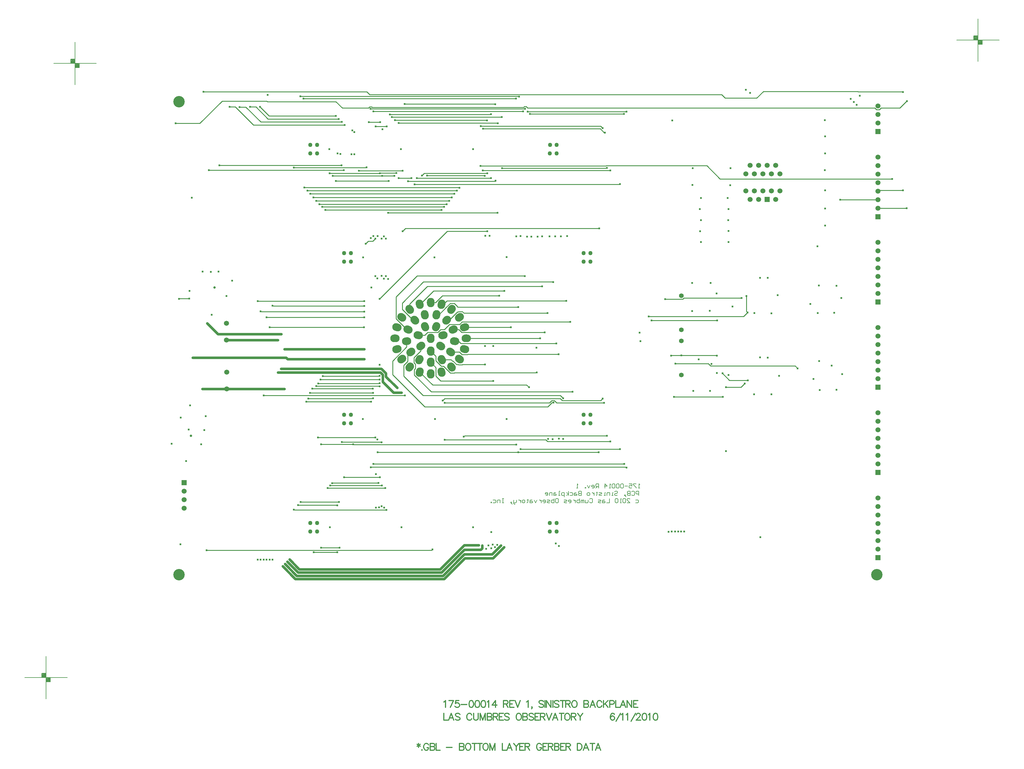
<source format=gbl>
%FSLAX23Y23*%
%MOIN*%
G70*
G01*
G75*
G04 Layer_Physical_Order=12*
G04 Layer_Color=16711680*
%ADD10R,0.050X0.050*%
%ADD11R,0.078X0.048*%
%ADD12R,0.050X0.050*%
%ADD13R,0.135X0.070*%
%ADD14R,0.037X0.035*%
%ADD15R,0.037X0.035*%
%ADD16R,0.100X0.100*%
%ADD17R,0.067X0.067*%
%ADD18O,0.028X0.018*%
%ADD19O,0.098X0.028*%
%ADD20R,0.094X0.130*%
%ADD21R,0.709X0.020*%
%ADD22R,0.016X0.085*%
%ADD23R,0.070X0.135*%
%ADD24C,0.030*%
%ADD25C,0.010*%
%ADD26C,0.020*%
%ADD27C,0.012*%
%ADD28C,0.008*%
%ADD29C,0.012*%
%ADD30C,0.012*%
%ADD31C,0.059*%
%ADD32R,0.059X0.059*%
%ADD33C,0.055*%
%ADD34C,0.134*%
%ADD35C,0.050*%
G04:AMPARAMS|DCode=36|XSize=90mil|YSize=110mil|CornerRadius=0mil|HoleSize=0mil|Usage=FLASHONLY|Rotation=162.000|XOffset=0mil|YOffset=0mil|HoleType=Round|Shape=Round|*
%AMOVALD36*
21,1,0.020,0.090,0.000,0.000,252.0*
1,1,0.090,0.003,0.010*
1,1,0.090,-0.003,-0.010*
%
%ADD36OVALD36*%

G04:AMPARAMS|DCode=37|XSize=90mil|YSize=110mil|CornerRadius=0mil|HoleSize=0mil|Usage=FLASHONLY|Rotation=144.000|XOffset=0mil|YOffset=0mil|HoleType=Round|Shape=Round|*
%AMOVALD37*
21,1,0.020,0.090,0.000,0.000,234.0*
1,1,0.090,0.006,0.008*
1,1,0.090,-0.006,-0.008*
%
%ADD37OVALD37*%

G04:AMPARAMS|DCode=38|XSize=90mil|YSize=110mil|CornerRadius=0mil|HoleSize=0mil|Usage=FLASHONLY|Rotation=126.000|XOffset=0mil|YOffset=0mil|HoleType=Round|Shape=Round|*
%AMOVALD38*
21,1,0.020,0.090,0.000,0.000,216.0*
1,1,0.090,0.008,0.006*
1,1,0.090,-0.008,-0.006*
%
%ADD38OVALD38*%

G04:AMPARAMS|DCode=39|XSize=90mil|YSize=110mil|CornerRadius=0mil|HoleSize=0mil|Usage=FLASHONLY|Rotation=108.000|XOffset=0mil|YOffset=0mil|HoleType=Round|Shape=Round|*
%AMOVALD39*
21,1,0.020,0.090,0.000,0.000,198.0*
1,1,0.090,0.010,0.003*
1,1,0.090,-0.010,-0.003*
%
%ADD39OVALD39*%

%ADD40O,0.110X0.090*%
G04:AMPARAMS|DCode=41|XSize=90mil|YSize=110mil|CornerRadius=0mil|HoleSize=0mil|Usage=FLASHONLY|Rotation=72.000|XOffset=0mil|YOffset=0mil|HoleType=Round|Shape=Round|*
%AMOVALD41*
21,1,0.020,0.090,0.000,0.000,162.0*
1,1,0.090,0.010,-0.003*
1,1,0.090,-0.010,0.003*
%
%ADD41OVALD41*%

G04:AMPARAMS|DCode=42|XSize=90mil|YSize=110mil|CornerRadius=0mil|HoleSize=0mil|Usage=FLASHONLY|Rotation=54.000|XOffset=0mil|YOffset=0mil|HoleType=Round|Shape=Round|*
%AMOVALD42*
21,1,0.020,0.090,0.000,0.000,144.0*
1,1,0.090,0.008,-0.006*
1,1,0.090,-0.008,0.006*
%
%ADD42OVALD42*%

G04:AMPARAMS|DCode=43|XSize=90mil|YSize=110mil|CornerRadius=0mil|HoleSize=0mil|Usage=FLASHONLY|Rotation=36.000|XOffset=0mil|YOffset=0mil|HoleType=Round|Shape=Round|*
%AMOVALD43*
21,1,0.020,0.090,0.000,0.000,126.0*
1,1,0.090,0.006,-0.008*
1,1,0.090,-0.006,0.008*
%
%ADD43OVALD43*%

G04:AMPARAMS|DCode=44|XSize=90mil|YSize=110mil|CornerRadius=0mil|HoleSize=0mil|Usage=FLASHONLY|Rotation=18.000|XOffset=0mil|YOffset=0mil|HoleType=Round|Shape=Round|*
%AMOVALD44*
21,1,0.020,0.090,0.000,0.000,108.0*
1,1,0.090,0.003,-0.010*
1,1,0.090,-0.003,0.010*
%
%ADD44OVALD44*%

%ADD45O,0.090X0.110*%
G04:AMPARAMS|DCode=46|XSize=90mil|YSize=110mil|CornerRadius=0mil|HoleSize=0mil|Usage=FLASHONLY|Rotation=152.304|XOffset=0mil|YOffset=0mil|HoleType=Round|Shape=Round|*
%AMOVALD46*
21,1,0.020,0.090,0.000,0.000,242.3*
1,1,0.090,0.005,0.009*
1,1,0.090,-0.005,-0.009*
%
%ADD46OVALD46*%

G04:AMPARAMS|DCode=47|XSize=90mil|YSize=110mil|CornerRadius=0mil|HoleSize=0mil|Usage=FLASHONLY|Rotation=124.612|XOffset=0mil|YOffset=0mil|HoleType=Round|Shape=Round|*
%AMOVALD47*
21,1,0.020,0.090,0.000,0.000,214.6*
1,1,0.090,0.008,0.006*
1,1,0.090,-0.008,-0.006*
%
%ADD47OVALD47*%

G04:AMPARAMS|DCode=48|XSize=90mil|YSize=110mil|CornerRadius=0mil|HoleSize=0mil|Usage=FLASHONLY|Rotation=96.920|XOffset=0mil|YOffset=0mil|HoleType=Round|Shape=Round|*
%AMOVALD48*
21,1,0.020,0.090,0.000,0.000,186.9*
1,1,0.090,0.010,0.001*
1,1,0.090,-0.010,-0.001*
%
%ADD48OVALD48*%

G04:AMPARAMS|DCode=49|XSize=90mil|YSize=110mil|CornerRadius=0mil|HoleSize=0mil|Usage=FLASHONLY|Rotation=69.228|XOffset=0mil|YOffset=0mil|HoleType=Round|Shape=Round|*
%AMOVALD49*
21,1,0.020,0.090,0.000,0.000,159.2*
1,1,0.090,0.009,-0.004*
1,1,0.090,-0.009,0.004*
%
%ADD49OVALD49*%

G04:AMPARAMS|DCode=50|XSize=90mil|YSize=110mil|CornerRadius=0mil|HoleSize=0mil|Usage=FLASHONLY|Rotation=41.536|XOffset=0mil|YOffset=0mil|HoleType=Round|Shape=Round|*
%AMOVALD50*
21,1,0.020,0.090,0.000,0.000,131.5*
1,1,0.090,0.007,-0.007*
1,1,0.090,-0.007,0.007*
%
%ADD50OVALD50*%

G04:AMPARAMS|DCode=51|XSize=90mil|YSize=110mil|CornerRadius=0mil|HoleSize=0mil|Usage=FLASHONLY|Rotation=13.844|XOffset=0mil|YOffset=0mil|HoleType=Round|Shape=Round|*
%AMOVALD51*
21,1,0.020,0.090,0.000,0.000,103.8*
1,1,0.090,0.002,-0.010*
1,1,0.090,-0.002,0.010*
%
%ADD51OVALD51*%

G04:AMPARAMS|DCode=52|XSize=90mil|YSize=110mil|CornerRadius=0mil|HoleSize=0mil|Usage=FLASHONLY|Rotation=346.152|XOffset=0mil|YOffset=0mil|HoleType=Round|Shape=Round|*
%AMOVALD52*
21,1,0.020,0.090,0.000,0.000,76.2*
1,1,0.090,-0.002,-0.010*
1,1,0.090,0.002,0.010*
%
%ADD52OVALD52*%

G04:AMPARAMS|DCode=53|XSize=90mil|YSize=110mil|CornerRadius=0mil|HoleSize=0mil|Usage=FLASHONLY|Rotation=318.460|XOffset=0mil|YOffset=0mil|HoleType=Round|Shape=Round|*
%AMOVALD53*
21,1,0.020,0.090,0.000,0.000,48.5*
1,1,0.090,-0.007,-0.007*
1,1,0.090,0.007,0.007*
%
%ADD53OVALD53*%

G04:AMPARAMS|DCode=54|XSize=90mil|YSize=110mil|CornerRadius=0mil|HoleSize=0mil|Usage=FLASHONLY|Rotation=290.768|XOffset=0mil|YOffset=0mil|HoleType=Round|Shape=Round|*
%AMOVALD54*
21,1,0.020,0.090,0.000,0.000,20.8*
1,1,0.090,-0.009,-0.004*
1,1,0.090,0.009,0.004*
%
%ADD54OVALD54*%

G04:AMPARAMS|DCode=55|XSize=90mil|YSize=110mil|CornerRadius=0mil|HoleSize=0mil|Usage=FLASHONLY|Rotation=263.076|XOffset=0mil|YOffset=0mil|HoleType=Round|Shape=Round|*
%AMOVALD55*
21,1,0.020,0.090,0.000,0.000,353.1*
1,1,0.090,-0.010,0.001*
1,1,0.090,0.010,-0.001*
%
%ADD55OVALD55*%

G04:AMPARAMS|DCode=56|XSize=90mil|YSize=110mil|CornerRadius=0mil|HoleSize=0mil|Usage=FLASHONLY|Rotation=235.384|XOffset=0mil|YOffset=0mil|HoleType=Round|Shape=Round|*
%AMOVALD56*
21,1,0.020,0.090,0.000,0.000,325.4*
1,1,0.090,-0.008,0.006*
1,1,0.090,0.008,-0.006*
%
%ADD56OVALD56*%

G04:AMPARAMS|DCode=57|XSize=90mil|YSize=110mil|CornerRadius=0mil|HoleSize=0mil|Usage=FLASHONLY|Rotation=207.692|XOffset=0mil|YOffset=0mil|HoleType=Round|Shape=Round|*
%AMOVALD57*
21,1,0.020,0.090,0.000,0.000,297.7*
1,1,0.090,-0.005,0.009*
1,1,0.090,0.005,-0.009*
%
%ADD57OVALD57*%

G04:AMPARAMS|DCode=58|XSize=90mil|YSize=110mil|CornerRadius=0mil|HoleSize=0mil|Usage=FLASHONLY|Rotation=128.568|XOffset=0mil|YOffset=0mil|HoleType=Round|Shape=Round|*
%AMOVALD58*
21,1,0.020,0.090,0.000,0.000,218.6*
1,1,0.090,0.008,0.006*
1,1,0.090,-0.008,-0.006*
%
%ADD58OVALD58*%

G04:AMPARAMS|DCode=59|XSize=90mil|YSize=110mil|CornerRadius=0mil|HoleSize=0mil|Usage=FLASHONLY|Rotation=77.140|XOffset=0mil|YOffset=0mil|HoleType=Round|Shape=Round|*
%AMOVALD59*
21,1,0.020,0.090,0.000,0.000,167.1*
1,1,0.090,0.010,-0.002*
1,1,0.090,-0.010,0.002*
%
%ADD59OVALD59*%

G04:AMPARAMS|DCode=60|XSize=90mil|YSize=110mil|CornerRadius=0mil|HoleSize=0mil|Usage=FLASHONLY|Rotation=25.712|XOffset=0mil|YOffset=0mil|HoleType=Round|Shape=Round|*
%AMOVALD60*
21,1,0.020,0.090,0.000,0.000,115.7*
1,1,0.090,0.004,-0.009*
1,1,0.090,-0.004,0.009*
%
%ADD60OVALD60*%

G04:AMPARAMS|DCode=61|XSize=90mil|YSize=110mil|CornerRadius=0mil|HoleSize=0mil|Usage=FLASHONLY|Rotation=334.284|XOffset=0mil|YOffset=0mil|HoleType=Round|Shape=Round|*
%AMOVALD61*
21,1,0.020,0.090,0.000,0.000,64.3*
1,1,0.090,-0.004,-0.009*
1,1,0.090,0.004,0.009*
%
%ADD61OVALD61*%

G04:AMPARAMS|DCode=62|XSize=90mil|YSize=110mil|CornerRadius=0mil|HoleSize=0mil|Usage=FLASHONLY|Rotation=282.856|XOffset=0mil|YOffset=0mil|HoleType=Round|Shape=Round|*
%AMOVALD62*
21,1,0.020,0.090,0.000,0.000,12.9*
1,1,0.090,-0.010,-0.002*
1,1,0.090,0.010,0.002*
%
%ADD62OVALD62*%

G04:AMPARAMS|DCode=63|XSize=90mil|YSize=110mil|CornerRadius=0mil|HoleSize=0mil|Usage=FLASHONLY|Rotation=231.428|XOffset=0mil|YOffset=0mil|HoleType=Round|Shape=Round|*
%AMOVALD63*
21,1,0.020,0.090,0.000,0.000,321.4*
1,1,0.090,-0.008,0.006*
1,1,0.090,0.008,-0.006*
%
%ADD63OVALD63*%

%ADD64C,0.024*%
%ADD65C,0.028*%
%ADD66C,0.040*%
%ADD67C,0.075*%
%ADD68C,0.068*%
G04:AMPARAMS|DCode=69|XSize=87.559mil|YSize=87.559mil|CornerRadius=0mil|HoleSize=0mil|Usage=FLASHONLY|Rotation=0.000|XOffset=0mil|YOffset=0mil|HoleType=Round|Shape=Relief|Width=10mil|Gap=10mil|Entries=4|*
%AMTHD69*
7,0,0,0.088,0.068,0.010,45*
%
%ADD69THD69*%
%ADD70C,0.073*%
G04:AMPARAMS|DCode=71|XSize=93.465mil|YSize=93.465mil|CornerRadius=0mil|HoleSize=0mil|Usage=FLASHONLY|Rotation=0.000|XOffset=0mil|YOffset=0mil|HoleType=Round|Shape=Relief|Width=10mil|Gap=10mil|Entries=4|*
%AMTHD71*
7,0,0,0.093,0.073,0.010,45*
%
%ADD71THD71*%
G04:AMPARAMS|DCode=72|XSize=95.433mil|YSize=95.433mil|CornerRadius=0mil|HoleSize=0mil|Usage=FLASHONLY|Rotation=0.000|XOffset=0mil|YOffset=0mil|HoleType=Round|Shape=Relief|Width=10mil|Gap=10mil|Entries=4|*
%AMTHD72*
7,0,0,0.095,0.075,0.010,45*
%
%ADD72THD72*%
%ADD73C,0.071*%
%ADD74C,0.174*%
%ADD75C,0.065*%
G04:AMPARAMS|DCode=76|XSize=85mil|YSize=85mil|CornerRadius=0mil|HoleSize=0mil|Usage=FLASHONLY|Rotation=0.000|XOffset=0mil|YOffset=0mil|HoleType=Round|Shape=Relief|Width=10mil|Gap=10mil|Entries=4|*
%AMTHD76*
7,0,0,0.085,0.065,0.010,45*
%
%ADD76THD76*%
%ADD77C,0.110*%
G04:AMPARAMS|DCode=78|XSize=130mil|YSize=130mil|CornerRadius=0mil|HoleSize=0mil|Usage=FLASHONLY|Rotation=0.000|XOffset=0mil|YOffset=0mil|HoleType=Round|Shape=Relief|Width=10mil|Gap=10mil|Entries=4|*
%AMTHD78*
7,0,0,0.130,0.110,0.010,45*
%
%ADD78THD78*%
%ADD79C,0.053*%
G04:AMPARAMS|DCode=80|XSize=70mil|YSize=70mil|CornerRadius=0mil|HoleSize=0mil|Usage=FLASHONLY|Rotation=0.000|XOffset=0mil|YOffset=0mil|HoleType=Round|Shape=Relief|Width=10mil|Gap=10mil|Entries=4|*
%AMTHD80*
7,0,0,0.070,0.050,0.010,45*
%
%ADD80THD80*%
G04:AMPARAMS|DCode=81|XSize=73mil|YSize=73mil|CornerRadius=0mil|HoleSize=0mil|Usage=FLASHONLY|Rotation=0.000|XOffset=0mil|YOffset=0mil|HoleType=Round|Shape=Relief|Width=10mil|Gap=10mil|Entries=4|*
%AMTHD81*
7,0,0,0.073,0.053,0.010,45*
%
%ADD81THD81*%
D24*
X14538Y11281D02*
X14709D01*
X14538Y11227D02*
X14730D01*
X14254Y10997D02*
X14538Y11281D01*
X14270Y10959D02*
X14538Y11227D01*
X14286Y10921D02*
X14538Y11173D01*
X14301Y10883D02*
X14544Y11126D01*
X14865Y11173D02*
X14969Y11277D01*
X14730Y11227D02*
X14747Y11244D01*
Y11276D01*
X14749Y11278D01*
X12486Y11113D02*
X12602Y10997D01*
X12460Y11086D02*
X12587Y10959D01*
X12433Y11059D02*
X12571Y10921D01*
X12406Y11032D02*
X12555Y10883D01*
X14544Y11126D02*
X14873D01*
X14538Y11173D02*
X14865D01*
X14873Y11126D02*
X15005Y11258D01*
X12571Y10921D02*
X14286D01*
X12587Y10959D02*
X14270D01*
X12602Y10997D02*
X14254D01*
X12555Y10883D02*
X14301D01*
X13708Y13071D02*
X13801D01*
X13580Y13198D02*
Y13279D01*
X13555Y13305D02*
X13580Y13279D01*
X12350Y13306D02*
X12351Y13305D01*
X13580Y13198D02*
X13708Y13071D01*
X12351Y13305D02*
X13555D01*
X13618Y13258D02*
X13750Y13126D01*
X13618Y13258D02*
Y13295D01*
X13564Y13350D02*
X13618Y13295D01*
X12389Y13350D02*
X13564D01*
X12388Y13351D02*
X12389Y13350D01*
X12465Y13463D02*
X13364D01*
X12464Y13463D02*
X12465Y13463D01*
X12427Y13579D02*
X13364D01*
X12426Y13579D02*
X12427Y13579D01*
X11464Y13114D02*
X11750D01*
X11749Y13686D02*
X12350D01*
X11748Y13685D02*
X11749Y13686D01*
X11647Y13758D02*
X12390D01*
X11522Y13883D02*
X11647Y13758D01*
X11750Y13114D02*
X12426D01*
X12426Y13114D01*
X11351Y13479D02*
X12448D01*
X12464Y13463D01*
D25*
X12964Y11980D02*
X13572D01*
X12539Y11694D02*
X13625D01*
X13391Y15711D02*
X13392Y15712D01*
X12538Y15711D02*
X13391D01*
X12537Y11696D02*
X12539Y11694D01*
X12611Y11786D02*
X13069D01*
X12612Y11787D02*
X12617D01*
X12611Y11786D02*
X12612Y11787D01*
X13048Y11749D02*
X13049Y11748D01*
X12589Y11749D02*
X13048D01*
X12613Y16547D02*
X15175D01*
X15180Y16542D01*
X12652Y16520D02*
X15145D01*
X13100Y12491D02*
X13102Y12489D01*
X13566D01*
X13569Y12487D01*
X13048Y11195D02*
X13049Y11196D01*
X12772Y11195D02*
X13048D01*
X12820Y12544D02*
X13494D01*
X13127Y12078D02*
X13546D01*
X12989Y12007D02*
X12991Y12009D01*
X13532D01*
X12935Y11949D02*
X13612D01*
X13030Y15553D02*
X13031Y15552D01*
X13651D01*
X12994Y15612D02*
X13574D01*
X12958Y15644D02*
X13546D01*
X16208Y15703D02*
X16212Y15707D01*
X14980Y15703D02*
X16208D01*
X16249Y15676D02*
X16251Y15678D01*
X14754Y15676D02*
X16249D01*
X16178Y16120D02*
X16186D01*
X16133Y16165D02*
X16178Y16120D01*
X14756Y16165D02*
X16133D01*
X16137Y16196D02*
X16161Y16172D01*
X14731Y16196D02*
X16137D01*
Y12977D02*
X16161Y13001D01*
X15514Y12498D02*
X16251D01*
X15495Y12517D02*
X15514Y12498D01*
X14306Y12517D02*
X15495D01*
X14543Y12563D02*
X16212D01*
X14532Y12552D02*
X14543Y12563D01*
X14306Y12999D02*
X15664D01*
X14283Y12976D02*
X14306Y12999D01*
X15686Y12977D02*
X16137D01*
X15664Y12999D02*
X15686Y12977D01*
X15663Y13035D02*
X15696Y13002D01*
X14053Y13035D02*
X15663D01*
X13826Y13262D02*
X14053Y13035D01*
X15621Y12951D02*
X16178D01*
X15595Y12977D02*
X15621Y12951D01*
X15564Y12977D02*
X15595D01*
X15538Y12951D02*
X15564Y12977D01*
X14309Y12951D02*
X15538D01*
X15517Y12904D02*
X15564Y12951D01*
X14075Y12904D02*
X15517D01*
X13697Y13281D02*
X14075Y12904D01*
X15197Y12406D02*
X15198Y12405D01*
X16365D01*
X16364Y15514D02*
X16365Y15515D01*
X13954Y15514D02*
X16364D01*
X13814Y14962D02*
X13848Y14996D01*
X16120D01*
X16113Y12370D02*
X16114Y12371D01*
X15171Y12370D02*
X16113D01*
X13521D02*
X15171D01*
X13233Y12464D02*
X13237Y12460D01*
X12856Y12462D02*
X13231D01*
X12856Y11249D02*
X12858Y11251D01*
X13074D01*
X13237Y12460D02*
X15146D01*
X13544Y13264D02*
X13545Y13265D01*
X12876Y13264D02*
X13544D01*
X12851Y13222D02*
X13544D01*
X13541Y13177D02*
X13544Y13180D01*
X12825Y13177D02*
X13541D01*
X12800Y13146D02*
X12801Y13147D01*
X13539D01*
X13544Y13142D01*
X12753Y13117D02*
X13464D01*
X12727Y13065D02*
X12728Y13066D01*
X13466D01*
X12709Y13000D02*
X13464D01*
X12683Y12963D02*
X13444D01*
X14014Y13311D02*
X14166Y13159D01*
X14143Y13513D02*
Y13558D01*
X14275Y13458D02*
X14382D01*
X14143Y13425D02*
X14204Y13364D01*
Y13264D02*
Y13364D01*
Y13264D02*
X14261Y13207D01*
X14878D01*
X14266Y13380D02*
X14294D01*
X14373Y13301D01*
X14382Y13458D02*
X14401Y13440D01*
X14405D01*
X14446Y13399D01*
X14373Y13301D02*
X14420D01*
X14423Y13304D01*
X14446Y13399D02*
X14468D01*
X14471Y13396D01*
X14515D01*
X14518Y13399D01*
X14782D01*
X14576Y13518D02*
X14579Y13521D01*
X14482Y13548D02*
X14512Y13518D01*
X14576D01*
X14376Y13548D02*
X14482D01*
X14203Y13442D02*
X14266Y13380D01*
X14203Y13442D02*
Y13498D01*
X14143Y13558D02*
X14203Y13498D01*
X14026Y13559D02*
Y13615D01*
X13947Y13481D02*
X14026Y13559D01*
X13947Y13421D02*
Y13481D01*
Y13421D02*
X13964Y13404D01*
Y13352D02*
Y13404D01*
X13952Y13340D02*
X13964Y13352D01*
X13952Y13276D02*
Y13340D01*
Y13276D02*
X14150Y13079D01*
X14424Y13674D02*
X14471D01*
X14498Y13647D01*
X14408Y13809D02*
X14473D01*
X14506Y13776D01*
X14541Y13838D02*
X15084D01*
X13874Y13512D02*
X13910Y13548D01*
X13874Y13437D02*
Y13512D01*
X13826Y13389D02*
X13874Y13437D01*
X13826Y13262D02*
Y13389D01*
X13997Y13742D02*
X14073D01*
X14168Y13776D02*
X14228D01*
X14073Y13742D02*
X14108Y13776D01*
X14167D01*
X14168Y13776D01*
X14228D02*
X14261Y13809D01*
X14303D01*
X14365Y13871D01*
X14483D01*
X14512Y13899D01*
X13862Y13606D02*
Y13674D01*
X13697Y13441D02*
X13862Y13606D01*
X13697Y13281D02*
Y13441D01*
X14331Y13920D02*
X14362D01*
X14211Y13983D02*
X14240D01*
X14272Y14106D02*
X14294D01*
X14143Y14126D02*
X14202D01*
X14014Y14106D02*
X14020D01*
X13897Y14047D02*
Y14110D01*
X13938Y13920D02*
X13956D01*
X13810Y14048D02*
X13938Y13920D01*
X13810Y14048D02*
Y14120D01*
X13865Y13809D02*
X13879D01*
X13736Y13938D02*
X13865Y13809D01*
X13736Y13938D02*
Y14192D01*
X14362Y13920D02*
X14456Y14015D01*
X14465D01*
X14471Y14021D01*
X14515D01*
X14534Y14002D01*
X14240Y13983D02*
X14329Y14072D01*
X14329D01*
X14373Y14116D01*
X14420D01*
X14456Y14080D01*
Y14072D02*
Y14080D01*
X14294Y14106D02*
X14333Y14145D01*
X14202Y14126D02*
X14282Y14206D01*
X14947D01*
X14020Y14106D02*
X14176Y14263D01*
X13897Y14110D02*
X14103Y14316D01*
X13810Y14120D02*
X14059Y14369D01*
X14456Y14072D02*
X15172D01*
X14176Y14263D02*
X15008D01*
X14166Y13159D02*
X15269D01*
X15296Y13132D01*
X14423Y13304D02*
X15388D01*
X15388D01*
X15388D02*
X15388Y13305D01*
X14561Y13708D02*
X15429D01*
X14506Y13776D02*
X15482D01*
X15564Y12952D02*
X15584D01*
X14498Y13647D02*
X15616D01*
X14512Y13899D02*
X15780D01*
X14103Y14316D02*
X15451D01*
X14534Y14002D02*
X15515D01*
X13736Y14192D02*
X13983Y14440D01*
X15249D01*
X14059Y14369D02*
X15576D01*
X15580Y14365D01*
X14579Y13521D02*
X15643D01*
X14333Y14145D02*
X15734D01*
X14154Y13079D02*
X15807D01*
X13544Y14170D02*
X14338Y14964D01*
X14808D01*
X12184Y13036D02*
X13841D01*
X12661Y15475D02*
X14479D01*
X14480Y15474D01*
X12696Y15440D02*
X14449D01*
X14450Y15441D01*
X12731Y15402D02*
X14420D01*
X12766Y15361D02*
X14390D01*
X12802Y15320D02*
X14360D01*
X12801Y15319D02*
X12802Y15320D01*
X12836Y15280D02*
X14330D01*
X12871Y15250D02*
X14300D01*
X12906Y15212D02*
X14270D01*
X13575Y15613D02*
X13717D01*
X13547Y15645D02*
X13742D01*
X13546Y15644D02*
X13547Y15645D01*
X13768Y15587D02*
X13915D01*
X13916Y15588D01*
X13300Y15674D02*
X13813D01*
X13439Y16399D02*
X15250D01*
X15252Y16401D01*
X15229Y16371D02*
X15230Y16370D01*
X15227Y16371D02*
X15229D01*
X13471Y16370D02*
X15230D01*
X13498Y16192D02*
X13627D01*
X13663Y16334D02*
X14848D01*
X14850Y16336D01*
X13689Y16304D02*
X14975D01*
X14977Y16302D01*
X13724Y16265D02*
X14803D01*
X14804Y16264D01*
X13645Y15181D02*
X14928D01*
X13768Y16232D02*
X14928D01*
X14931Y16229D01*
X13836Y16455D02*
X14898D01*
X14901Y16452D01*
X13876Y15550D02*
X14900D01*
X14903Y15553D01*
Y15557D01*
X13980Y15585D02*
X14850D01*
X14852Y15587D01*
X14042Y15616D02*
X14069Y15643D01*
X14806D01*
X14100Y15615D02*
X14776D01*
X14779Y15612D01*
X13444Y12195D02*
X16434D01*
X16440Y12189D01*
X16438Y16368D02*
X16441Y16365D01*
X15280Y16366D02*
Y16368D01*
X16438D01*
X15307Y16339D02*
X16411D01*
X16412Y16340D01*
X13471Y12233D02*
X16413D01*
X13416Y16242D02*
X13550D01*
X13551Y16243D01*
X13381Y14817D02*
X13411Y14847D01*
X13463D01*
X13494Y14878D01*
X19728Y16491D02*
X19730Y16489D01*
X19390Y15233D02*
X19729D01*
X11192Y14172D02*
X11310D01*
X11191Y14171D02*
X11192Y14172D01*
X13426Y16568D02*
X17556D01*
X19682Y16599D02*
X19684Y16597D01*
X19399Y15442D02*
X19684D01*
X19390Y15433D02*
X19399Y15442D01*
X17084Y13505D02*
X17499D01*
X17500Y13504D01*
X17606Y13134D02*
X17784D01*
X17828Y13178D01*
X17649Y13214D02*
X17863D01*
X17566Y13297D02*
X17649Y13214D01*
X17847Y14023D02*
Y14202D01*
Y14023D02*
X17861Y14009D01*
X12114Y14142D02*
X13364D01*
X12219Y13954D02*
X13364D01*
X16998Y13019D02*
X17568D01*
X17570Y13021D01*
X16965Y13505D02*
X17084D01*
X16963Y13503D02*
X16965Y13505D01*
X12254Y13838D02*
X13360D01*
X17113Y14180D02*
X17792D01*
X17101Y14167D02*
X17113Y14180D01*
X16894Y14167D02*
X17101D01*
X16893Y14167D02*
X16894Y14167D01*
X12149Y14021D02*
X13364D01*
X12289Y14088D02*
X13364D01*
X17814Y13962D02*
X17861Y14009D01*
X16701Y13962D02*
X17814D01*
X16735Y13916D02*
X17505D01*
X17014Y13409D02*
X17400D01*
X17427Y13382D01*
X18420D01*
X18448Y13354D01*
X12142Y16422D02*
X12248Y16316D01*
X13030D01*
X12023Y16422D02*
X12093D01*
X12234Y16281D01*
X13065D01*
X11902Y16421D02*
X11975D01*
X12150Y16246D01*
X13100D01*
X12063Y16211D02*
X13135D01*
X11540Y15681D02*
X13125D01*
X11665Y15736D02*
X13099D01*
X13395Y16599D02*
X13426Y16568D01*
X11476Y16599D02*
X13395D01*
X19158D02*
X19682D01*
X17556Y16568D02*
X17597Y16527D01*
X17969D02*
X18046Y16604D01*
X17597Y16527D02*
X17969D01*
X18046Y16604D02*
X19153D01*
X19158Y16599D01*
X11784Y16422D02*
X11852D01*
X12063Y16211D01*
X19354Y16409D02*
X19373Y16390D01*
X19408D01*
X19427Y16409D01*
X19646D01*
X13429Y16424D02*
X13450D01*
X13457Y16417D01*
X15233D01*
X15242Y16426D01*
X15263D01*
X15280Y16409D02*
X19354D01*
X13414D02*
X13429Y16424D01*
X15263Y16426D02*
X15280Y16409D01*
X13032Y16483D02*
X13106Y16409D01*
X13414D01*
X12228Y16483D02*
X13032D01*
X12220Y16491D02*
X12228Y16483D01*
X18946Y15333D02*
X19390D01*
X16201Y15731D02*
X16202Y15732D01*
X17384D01*
X17539Y15577D01*
X19554D01*
X19556Y15575D01*
X14729Y15731D02*
X16201D01*
X14155Y11221D02*
X14163Y11229D01*
X11513Y11221D02*
X14155D01*
X19646Y16409D02*
X19728Y16491D01*
X11150Y16229D02*
X11434D01*
X11697Y16491D01*
X12220D01*
D27*
X14002Y8954D02*
Y8908D01*
X13983Y8942D02*
X14021Y8919D01*
Y8942D02*
X13983Y8919D01*
X14041Y8881D02*
X14037Y8878D01*
X14041Y8874D01*
X14045Y8878D01*
X14041Y8881D01*
X14119Y8935D02*
X14115Y8942D01*
X14108Y8950D01*
X14100Y8954D01*
X14085D01*
X14077Y8950D01*
X14070Y8942D01*
X14066Y8935D01*
X14062Y8923D01*
Y8904D01*
X14066Y8893D01*
X14070Y8885D01*
X14077Y8878D01*
X14085Y8874D01*
X14100D01*
X14108Y8878D01*
X14115Y8885D01*
X14119Y8893D01*
Y8904D01*
X14100D02*
X14119D01*
X14138Y8954D02*
Y8874D01*
Y8954D02*
X14172D01*
X14183Y8950D01*
X14187Y8946D01*
X14191Y8938D01*
Y8931D01*
X14187Y8923D01*
X14183Y8919D01*
X14172Y8916D01*
X14138D02*
X14172D01*
X14183Y8912D01*
X14187Y8908D01*
X14191Y8900D01*
Y8889D01*
X14187Y8881D01*
X14183Y8878D01*
X14172Y8874D01*
X14138D01*
X14209Y8954D02*
Y8874D01*
X14254D01*
X14326Y8908D02*
X14395D01*
X14481Y8954D02*
Y8874D01*
Y8954D02*
X14515D01*
X14527Y8950D01*
X14531Y8946D01*
X14534Y8938D01*
Y8931D01*
X14531Y8923D01*
X14527Y8919D01*
X14515Y8916D01*
X14481D02*
X14515D01*
X14527Y8912D01*
X14531Y8908D01*
X14534Y8900D01*
Y8889D01*
X14531Y8881D01*
X14527Y8878D01*
X14515Y8874D01*
X14481D01*
X14575Y8954D02*
X14568Y8950D01*
X14560Y8942D01*
X14556Y8935D01*
X14552Y8923D01*
Y8904D01*
X14556Y8893D01*
X14560Y8885D01*
X14568Y8878D01*
X14575Y8874D01*
X14590D01*
X14598Y8878D01*
X14606Y8885D01*
X14609Y8893D01*
X14613Y8904D01*
Y8923D01*
X14609Y8935D01*
X14606Y8942D01*
X14598Y8950D01*
X14590Y8954D01*
X14575D01*
X14659D02*
Y8874D01*
X14632Y8954D02*
X14685D01*
X14721D02*
Y8874D01*
X14695Y8954D02*
X14748D01*
X14780D02*
X14773Y8950D01*
X14765Y8942D01*
X14761Y8935D01*
X14758Y8923D01*
Y8904D01*
X14761Y8893D01*
X14765Y8885D01*
X14773Y8878D01*
X14780Y8874D01*
X14796D01*
X14803Y8878D01*
X14811Y8885D01*
X14815Y8893D01*
X14819Y8904D01*
Y8923D01*
X14815Y8935D01*
X14811Y8942D01*
X14803Y8950D01*
X14796Y8954D01*
X14780D01*
X14837D02*
Y8874D01*
Y8954D02*
X14868Y8874D01*
X14898Y8954D02*
X14868Y8874D01*
X14898Y8954D02*
Y8874D01*
X14984Y8954D02*
Y8874D01*
X15030D01*
X15099D02*
X15069Y8954D01*
X15038Y8874D01*
X15050Y8900D02*
X15088D01*
X15118Y8954D02*
X15148Y8916D01*
Y8874D01*
X15179Y8954D02*
X15148Y8916D01*
X15239Y8954D02*
X15189D01*
Y8874D01*
X15239D01*
X15189Y8916D02*
X15220D01*
X15252Y8954D02*
Y8874D01*
Y8954D02*
X15286D01*
X15298Y8950D01*
X15302Y8946D01*
X15305Y8938D01*
Y8931D01*
X15302Y8923D01*
X15298Y8919D01*
X15286Y8916D01*
X15252D01*
X15279D02*
X15305Y8874D01*
X15443Y8935D02*
X15439Y8942D01*
X15432Y8950D01*
X15424Y8954D01*
X15409D01*
X15401Y8950D01*
X15394Y8942D01*
X15390Y8935D01*
X15386Y8923D01*
Y8904D01*
X15390Y8893D01*
X15394Y8885D01*
X15401Y8878D01*
X15409Y8874D01*
X15424D01*
X15432Y8878D01*
X15439Y8885D01*
X15443Y8893D01*
Y8904D01*
X15424D02*
X15443D01*
X15511Y8954D02*
X15461D01*
Y8874D01*
X15511D01*
X15461Y8916D02*
X15492D01*
X15524Y8954D02*
Y8874D01*
Y8954D02*
X15559D01*
X15570Y8950D01*
X15574Y8946D01*
X15578Y8938D01*
Y8931D01*
X15574Y8923D01*
X15570Y8919D01*
X15559Y8916D01*
X15524D01*
X15551D02*
X15578Y8874D01*
X15596Y8954D02*
Y8874D01*
Y8954D02*
X15630D01*
X15641Y8950D01*
X15645Y8946D01*
X15649Y8938D01*
Y8931D01*
X15645Y8923D01*
X15641Y8919D01*
X15630Y8916D01*
X15596D02*
X15630D01*
X15641Y8912D01*
X15645Y8908D01*
X15649Y8900D01*
Y8889D01*
X15645Y8881D01*
X15641Y8878D01*
X15630Y8874D01*
X15596D01*
X15716Y8954D02*
X15667D01*
Y8874D01*
X15716D01*
X15667Y8916D02*
X15697D01*
X15730Y8954D02*
Y8874D01*
Y8954D02*
X15764D01*
X15775Y8950D01*
X15779Y8946D01*
X15783Y8938D01*
Y8931D01*
X15779Y8923D01*
X15775Y8919D01*
X15764Y8916D01*
X15730D01*
X15756D02*
X15783Y8874D01*
X15864Y8954D02*
Y8874D01*
Y8954D02*
X15890D01*
X15902Y8950D01*
X15909Y8942D01*
X15913Y8935D01*
X15917Y8923D01*
Y8904D01*
X15913Y8893D01*
X15909Y8885D01*
X15902Y8878D01*
X15890Y8874D01*
X15864D01*
X15996D02*
X15965Y8954D01*
X15935Y8874D01*
X15946Y8900D02*
X15984D01*
X16041Y8954D02*
Y8874D01*
X16014Y8954D02*
X16068D01*
X16138Y8874D02*
X16108Y8954D01*
X16077Y8874D01*
X16089Y8900D02*
X16127D01*
D28*
X16596Y11949D02*
X16580D01*
X16588D01*
Y11999D01*
X16596Y11991D01*
X16555Y11999D02*
X16521D01*
Y11991D01*
X16555Y11957D01*
Y11949D01*
X16471Y11999D02*
X16505D01*
Y11974D01*
X16488Y11982D01*
X16480D01*
X16471Y11974D01*
Y11957D01*
X16480Y11949D01*
X16496D01*
X16505Y11957D01*
X16455Y11974D02*
X16421D01*
X16405Y11991D02*
X16396Y11999D01*
X16380D01*
X16371Y11991D01*
Y11957D01*
X16380Y11949D01*
X16396D01*
X16405Y11957D01*
Y11991D01*
X16355D02*
X16346Y11999D01*
X16330D01*
X16321Y11991D01*
Y11957D01*
X16330Y11949D01*
X16346D01*
X16355Y11957D01*
Y11991D01*
X16305D02*
X16296Y11999D01*
X16280D01*
X16272Y11991D01*
Y11957D01*
X16280Y11949D01*
X16296D01*
X16305Y11957D01*
Y11991D01*
X16255Y11949D02*
X16238D01*
X16247D01*
Y11999D01*
X16255Y11991D01*
X16188Y11949D02*
Y11999D01*
X16213Y11974D01*
X16180D01*
X16113Y11949D02*
Y11999D01*
X16088D01*
X16080Y11991D01*
Y11974D01*
X16088Y11966D01*
X16113D01*
X16097D02*
X16080Y11949D01*
X16038D02*
X16055D01*
X16063Y11957D01*
Y11974D01*
X16055Y11982D01*
X16038D01*
X16030Y11974D01*
Y11966D01*
X16063D01*
X16013Y11982D02*
X15997Y11949D01*
X15980Y11982D01*
X15963Y11949D02*
Y11957D01*
X15955D01*
Y11949D01*
X15963D01*
X15872D02*
X15855D01*
X15863D01*
Y11999D01*
X15872Y11991D01*
X16585Y11863D02*
Y11913D01*
X16560D01*
X16552Y11905D01*
Y11888D01*
X16560Y11880D01*
X16585D01*
X16502Y11905D02*
X16510Y11913D01*
X16527D01*
X16535Y11905D01*
Y11871D01*
X16527Y11863D01*
X16510D01*
X16502Y11871D01*
X16485Y11913D02*
Y11863D01*
X16460D01*
X16452Y11871D01*
Y11880D01*
X16460Y11888D01*
X16485D01*
X16460D01*
X16452Y11896D01*
Y11905D01*
X16460Y11913D01*
X16485D01*
X16427Y11855D02*
X16419Y11863D01*
Y11871D01*
X16427D01*
Y11863D01*
X16419D01*
X16427Y11855D01*
X16435Y11846D01*
X16302Y11905D02*
X16310Y11913D01*
X16327D01*
X16335Y11905D01*
Y11896D01*
X16327Y11888D01*
X16310D01*
X16302Y11880D01*
Y11871D01*
X16310Y11863D01*
X16327D01*
X16335Y11871D01*
X16285Y11863D02*
X16269D01*
X16277D01*
Y11896D01*
X16285D01*
X16244Y11863D02*
Y11896D01*
X16219D01*
X16211Y11888D01*
Y11863D01*
X16194D02*
X16177D01*
X16186D01*
Y11896D01*
X16194D01*
X16152Y11863D02*
X16127D01*
X16119Y11871D01*
X16127Y11880D01*
X16144D01*
X16152Y11888D01*
X16144Y11896D01*
X16119D01*
X16094Y11905D02*
Y11896D01*
X16102D01*
X16086D01*
X16094D01*
Y11871D01*
X16086Y11863D01*
X16061Y11896D02*
Y11863D01*
Y11880D01*
X16052Y11888D01*
X16044Y11896D01*
X16036D01*
X16002Y11863D02*
X15986D01*
X15977Y11871D01*
Y11888D01*
X15986Y11896D01*
X16002D01*
X16011Y11888D01*
Y11871D01*
X16002Y11863D01*
X15911Y11913D02*
Y11863D01*
X15886D01*
X15877Y11871D01*
Y11880D01*
X15886Y11888D01*
X15911D01*
X15886D01*
X15877Y11896D01*
Y11905D01*
X15886Y11913D01*
X15911D01*
X15852Y11896D02*
X15836D01*
X15827Y11888D01*
Y11863D01*
X15852D01*
X15861Y11871D01*
X15852Y11880D01*
X15827D01*
X15777Y11896D02*
X15802D01*
X15811Y11888D01*
Y11871D01*
X15802Y11863D01*
X15777D01*
X15761D02*
Y11913D01*
Y11880D02*
X15736Y11896D01*
X15761Y11880D02*
X15736Y11863D01*
X15711Y11846D02*
Y11896D01*
X15686D01*
X15677Y11888D01*
Y11871D01*
X15686Y11863D01*
X15711D01*
X15661D02*
X15644D01*
X15652D01*
Y11913D01*
X15661D01*
X15611Y11896D02*
X15594D01*
X15586Y11888D01*
Y11863D01*
X15611D01*
X15619Y11871D01*
X15611Y11880D01*
X15586D01*
X15569Y11863D02*
Y11896D01*
X15544D01*
X15536Y11888D01*
Y11863D01*
X15494D02*
X15511D01*
X15519Y11871D01*
Y11888D01*
X15511Y11896D01*
X15494D01*
X15486Y11888D01*
Y11880D01*
X15519D01*
X16549Y11810D02*
X16574D01*
X16582Y11802D01*
Y11785D01*
X16574Y11777D01*
X16549D01*
X16449D02*
X16482D01*
X16449Y11810D01*
Y11819D01*
X16457Y11827D01*
X16474D01*
X16482Y11819D01*
X16432D02*
X16424Y11827D01*
X16407D01*
X16399Y11819D01*
Y11785D01*
X16407Y11777D01*
X16424D01*
X16432Y11785D01*
Y11819D01*
X16382Y11777D02*
X16366D01*
X16374D01*
Y11827D01*
X16382Y11819D01*
X16341D02*
X16332Y11827D01*
X16316D01*
X16307Y11819D01*
Y11785D01*
X16316Y11777D01*
X16332D01*
X16341Y11785D01*
Y11819D01*
X16241Y11827D02*
Y11777D01*
X16208D01*
X16183Y11810D02*
X16166D01*
X16158Y11802D01*
Y11777D01*
X16183D01*
X16191Y11785D01*
X16183Y11794D01*
X16158D01*
X16141Y11777D02*
X16116D01*
X16108Y11785D01*
X16116Y11794D01*
X16133D01*
X16141Y11802D01*
X16133Y11810D01*
X16108D01*
X16008Y11819D02*
X16016Y11827D01*
X16033D01*
X16041Y11819D01*
Y11785D01*
X16033Y11777D01*
X16016D01*
X16008Y11785D01*
X15991Y11810D02*
Y11785D01*
X15983Y11777D01*
X15958D01*
Y11810D01*
X15941Y11777D02*
Y11810D01*
X15933D01*
X15924Y11802D01*
Y11777D01*
Y11802D01*
X15916Y11810D01*
X15908Y11802D01*
Y11777D01*
X15891Y11827D02*
Y11777D01*
X15866D01*
X15858Y11785D01*
Y11794D01*
Y11802D01*
X15866Y11810D01*
X15891D01*
X15841D02*
Y11777D01*
Y11794D01*
X15833Y11802D01*
X15824Y11810D01*
X15816D01*
X15766Y11777D02*
X15783D01*
X15791Y11785D01*
Y11802D01*
X15783Y11810D01*
X15766D01*
X15758Y11802D01*
Y11794D01*
X15791D01*
X15741Y11777D02*
X15716D01*
X15708Y11785D01*
X15716Y11794D01*
X15733D01*
X15741Y11802D01*
X15733Y11810D01*
X15708D01*
X15616Y11827D02*
X15633D01*
X15641Y11819D01*
Y11785D01*
X15633Y11777D01*
X15616D01*
X15608Y11785D01*
Y11819D01*
X15616Y11827D01*
X15591D02*
Y11777D01*
X15566D01*
X15558Y11785D01*
Y11794D01*
Y11802D01*
X15566Y11810D01*
X15591D01*
X15541Y11777D02*
X15516D01*
X15508Y11785D01*
X15516Y11794D01*
X15533D01*
X15541Y11802D01*
X15533Y11810D01*
X15508D01*
X15466Y11777D02*
X15483D01*
X15491Y11785D01*
Y11802D01*
X15483Y11810D01*
X15466D01*
X15458Y11802D01*
Y11794D01*
X15491D01*
X15441Y11810D02*
Y11777D01*
Y11794D01*
X15433Y11802D01*
X15424Y11810D01*
X15416D01*
X15391D02*
X15374Y11777D01*
X15358Y11810D01*
X15333D02*
X15316D01*
X15308Y11802D01*
Y11777D01*
X15333D01*
X15341Y11785D01*
X15333Y11794D01*
X15308D01*
X15283Y11819D02*
Y11810D01*
X15291D01*
X15274D01*
X15283D01*
Y11785D01*
X15274Y11777D01*
X15241D02*
X15225D01*
X15216Y11785D01*
Y11802D01*
X15225Y11810D01*
X15241D01*
X15249Y11802D01*
Y11785D01*
X15241Y11777D01*
X15200Y11810D02*
Y11777D01*
Y11794D01*
X15191Y11802D01*
X15183Y11810D01*
X15175D01*
X15150D02*
Y11785D01*
X15141Y11777D01*
X15116D01*
Y11769D01*
X15125Y11760D01*
X15133D01*
X15116Y11777D02*
Y11810D01*
X15091Y11769D02*
X15083Y11777D01*
Y11785D01*
X15091D01*
Y11777D01*
X15083D01*
X15091Y11769D01*
X15100Y11760D01*
X15000Y11827D02*
X14983D01*
X14991D01*
Y11777D01*
X15000D01*
X14983D01*
X14958D02*
Y11810D01*
X14933D01*
X14925Y11802D01*
Y11777D01*
X14875Y11810D02*
X14900D01*
X14908Y11802D01*
Y11785D01*
X14900Y11777D01*
X14875D01*
X14858D02*
Y11785D01*
X14850D01*
Y11777D01*
X14858D01*
X9940Y16958D02*
X9950D01*
X9940Y16953D02*
Y16963D01*
Y16953D02*
X9950Y16953D01*
X9950Y16963D01*
X9940D02*
X9950D01*
X9935Y16948D02*
Y16963D01*
Y16948D02*
X9955D01*
Y16968D01*
X9935Y16968D02*
X9955Y16968D01*
X9930Y16943D02*
Y16968D01*
Y16943D02*
X9960D01*
Y16973D01*
X9930D02*
X9960D01*
X9925Y16938D02*
Y16978D01*
Y16938D02*
X9965D01*
Y16978D01*
X9925D02*
X9965D01*
X9990Y16908D02*
X10000D01*
X9990Y16903D02*
X9990Y16913D01*
X9990Y16903D02*
X10000D01*
Y16913D01*
X9990Y16913D02*
X10000Y16913D01*
X9985Y16898D02*
Y16913D01*
Y16898D02*
X10005Y16898D01*
X10005Y16918D02*
X10005Y16898D01*
X9985Y16918D02*
X10005D01*
X9980Y16893D02*
Y16918D01*
Y16893D02*
X10010D01*
Y16923D01*
X9980D02*
X10010D01*
X9975Y16888D02*
Y16928D01*
Y16888D02*
X10015D01*
Y16928D01*
X9975D02*
X10015D01*
X9970Y16883D02*
X10020Y16883D01*
X10020Y16933D02*
X10020Y16883D01*
X9920Y16983D02*
X9970Y16983D01*
X9920Y16983D02*
X9920Y16933D01*
X9970Y16683D02*
Y17183D01*
X9720Y16933D02*
X10220D01*
X20535Y17232D02*
X20545D01*
X20535Y17227D02*
Y17237D01*
Y17227D02*
X20545Y17227D01*
X20545Y17237D01*
X20535D02*
X20545D01*
X20530Y17222D02*
Y17237D01*
Y17222D02*
X20550D01*
Y17242D01*
X20530Y17242D02*
X20550Y17242D01*
X20525Y17217D02*
Y17242D01*
Y17217D02*
X20555D01*
Y17247D01*
X20525D02*
X20555D01*
X20520Y17212D02*
Y17252D01*
Y17212D02*
X20560D01*
Y17252D01*
X20520D02*
X20560D01*
X20585Y17182D02*
X20595D01*
X20585Y17177D02*
X20585Y17187D01*
X20585Y17177D02*
X20595D01*
Y17187D01*
X20585Y17187D02*
X20595Y17187D01*
X20580Y17172D02*
Y17187D01*
Y17172D02*
X20600Y17172D01*
X20600Y17192D02*
X20600Y17172D01*
X20580Y17192D02*
X20600D01*
X20575Y17167D02*
Y17192D01*
Y17167D02*
X20605D01*
Y17197D01*
X20575D02*
X20605D01*
X20570Y17162D02*
Y17202D01*
Y17162D02*
X20610D01*
Y17202D01*
X20570D02*
X20610D01*
X20565Y17157D02*
X20615Y17157D01*
X20615Y17207D02*
X20615Y17157D01*
X20515Y17257D02*
X20565Y17257D01*
X20515Y17257D02*
X20515Y17207D01*
X20565Y16957D02*
Y17457D01*
X20315Y17207D02*
X20815D01*
X9601Y9751D02*
X9611D01*
X9601Y9746D02*
Y9756D01*
Y9746D02*
X9611Y9746D01*
X9611Y9756D01*
X9601D02*
X9611D01*
X9596Y9741D02*
Y9756D01*
Y9741D02*
X9616D01*
Y9761D01*
X9596Y9761D02*
X9616Y9761D01*
X9591Y9736D02*
Y9761D01*
Y9736D02*
X9621D01*
Y9766D01*
X9591D02*
X9621D01*
X9586Y9731D02*
Y9771D01*
Y9731D02*
X9626D01*
Y9771D01*
X9586D02*
X9626D01*
X9651Y9701D02*
X9661D01*
X9651Y9696D02*
X9651Y9706D01*
X9651Y9696D02*
X9661D01*
Y9706D01*
X9651Y9706D02*
X9661Y9706D01*
X9646Y9691D02*
Y9706D01*
Y9691D02*
X9666Y9691D01*
X9666Y9711D02*
X9666Y9691D01*
X9646Y9711D02*
X9666D01*
X9641Y9686D02*
Y9711D01*
Y9686D02*
X9671D01*
Y9716D01*
X9641D02*
X9671D01*
X9636Y9681D02*
Y9721D01*
Y9681D02*
X9676D01*
Y9721D01*
X9636D02*
X9676D01*
X9631Y9676D02*
X9681Y9676D01*
X9681Y9726D02*
X9681Y9676D01*
X9581Y9776D02*
X9631Y9776D01*
X9581Y9776D02*
X9581Y9726D01*
X9631Y9476D02*
Y9976D01*
X9381Y9726D02*
X9881D01*
D29*
X14299Y9440D02*
X14307Y9444D01*
X14318Y9455D01*
Y9375D01*
X14411Y9455D02*
X14373Y9375D01*
X14358Y9455D02*
X14411D01*
X14475D02*
X14437D01*
X14433Y9421D01*
X14437Y9425D01*
X14448Y9429D01*
X14460D01*
X14471Y9425D01*
X14479Y9417D01*
X14483Y9406D01*
Y9398D01*
X14479Y9387D01*
X14471Y9379D01*
X14460Y9375D01*
X14448D01*
X14437Y9379D01*
X14433Y9383D01*
X14429Y9391D01*
X14501Y9410D02*
X14569D01*
X14616Y9455D02*
X14604Y9452D01*
X14597Y9440D01*
X14593Y9421D01*
Y9410D01*
X14597Y9391D01*
X14604Y9379D01*
X14616Y9375D01*
X14623D01*
X14635Y9379D01*
X14642Y9391D01*
X14646Y9410D01*
Y9421D01*
X14642Y9440D01*
X14635Y9452D01*
X14623Y9455D01*
X14616D01*
X14687D02*
X14675Y9452D01*
X14668Y9440D01*
X14664Y9421D01*
Y9410D01*
X14668Y9391D01*
X14675Y9379D01*
X14687Y9375D01*
X14694D01*
X14706Y9379D01*
X14713Y9391D01*
X14717Y9410D01*
Y9421D01*
X14713Y9440D01*
X14706Y9452D01*
X14694Y9455D01*
X14687D01*
X14758D02*
X14747Y9452D01*
X14739Y9440D01*
X14735Y9421D01*
Y9410D01*
X14739Y9391D01*
X14747Y9379D01*
X14758Y9375D01*
X14766D01*
X14777Y9379D01*
X14785Y9391D01*
X14788Y9410D01*
Y9421D01*
X14785Y9440D01*
X14777Y9452D01*
X14766Y9455D01*
X14758D01*
X14806Y9440D02*
X14814Y9444D01*
X14825Y9455D01*
Y9375D01*
X14903Y9455D02*
X14865Y9402D01*
X14922D01*
X14903Y9455D02*
Y9375D01*
X14999Y9455D02*
Y9375D01*
Y9455D02*
X15033D01*
X15045Y9452D01*
X15049Y9448D01*
X15052Y9440D01*
Y9433D01*
X15049Y9425D01*
X15045Y9421D01*
X15033Y9417D01*
X14999D01*
X15026D02*
X15052Y9375D01*
X15120Y9455D02*
X15070D01*
Y9375D01*
X15120D01*
X15070Y9417D02*
X15101D01*
X15133Y9455D02*
X15164Y9375D01*
X15194Y9455D02*
X15164Y9375D01*
X15267Y9440D02*
X15275Y9444D01*
X15286Y9455D01*
Y9375D01*
X15333Y9379D02*
X15330Y9375D01*
X15326Y9379D01*
X15330Y9383D01*
X15333Y9379D01*
Y9372D01*
X15330Y9364D01*
X15326Y9360D01*
X15467Y9444D02*
X15460Y9452D01*
X15448Y9455D01*
X15433D01*
X15421Y9452D01*
X15414Y9444D01*
Y9436D01*
X15418Y9429D01*
X15421Y9425D01*
X15429Y9421D01*
X15452Y9414D01*
X15460Y9410D01*
X15463Y9406D01*
X15467Y9398D01*
Y9387D01*
X15460Y9379D01*
X15448Y9375D01*
X15433D01*
X15421Y9379D01*
X15414Y9387D01*
X15485Y9455D02*
Y9375D01*
X15502Y9455D02*
Y9375D01*
Y9455D02*
X15555Y9375D01*
Y9455D02*
Y9375D01*
X15577Y9455D02*
Y9375D01*
X15647Y9444D02*
X15640Y9452D01*
X15628Y9455D01*
X15613D01*
X15602Y9452D01*
X15594Y9444D01*
Y9436D01*
X15598Y9429D01*
X15602Y9425D01*
X15609Y9421D01*
X15632Y9414D01*
X15640Y9410D01*
X15644Y9406D01*
X15647Y9398D01*
Y9387D01*
X15640Y9379D01*
X15628Y9375D01*
X15613D01*
X15602Y9379D01*
X15594Y9387D01*
X15692Y9455D02*
Y9375D01*
X15665Y9455D02*
X15719D01*
X15728D02*
Y9375D01*
Y9455D02*
X15762D01*
X15774Y9452D01*
X15778Y9448D01*
X15781Y9440D01*
Y9433D01*
X15778Y9425D01*
X15774Y9421D01*
X15762Y9417D01*
X15728D01*
X15755D02*
X15781Y9375D01*
X15822Y9455D02*
X15815Y9452D01*
X15807Y9444D01*
X15803Y9436D01*
X15799Y9425D01*
Y9406D01*
X15803Y9395D01*
X15807Y9387D01*
X15815Y9379D01*
X15822Y9375D01*
X15837D01*
X15845Y9379D01*
X15853Y9387D01*
X15856Y9395D01*
X15860Y9406D01*
Y9425D01*
X15856Y9436D01*
X15853Y9444D01*
X15845Y9452D01*
X15837Y9455D01*
X15822D01*
X15942D02*
Y9375D01*
Y9455D02*
X15976D01*
X15987Y9452D01*
X15991Y9448D01*
X15995Y9440D01*
Y9433D01*
X15991Y9425D01*
X15987Y9421D01*
X15976Y9417D01*
X15942D02*
X15976D01*
X15987Y9414D01*
X15991Y9410D01*
X15995Y9402D01*
Y9391D01*
X15991Y9383D01*
X15987Y9379D01*
X15976Y9375D01*
X15942D01*
X16074D02*
X16043Y9455D01*
X16013Y9375D01*
X16024Y9402D02*
X16062D01*
X16150Y9436D02*
X16146Y9444D01*
X16138Y9452D01*
X16131Y9455D01*
X16115D01*
X16108Y9452D01*
X16100Y9444D01*
X16096Y9436D01*
X16093Y9425D01*
Y9406D01*
X16096Y9395D01*
X16100Y9387D01*
X16108Y9379D01*
X16115Y9375D01*
X16131D01*
X16138Y9379D01*
X16146Y9387D01*
X16150Y9395D01*
X16172Y9455D02*
Y9375D01*
X16225Y9455D02*
X16172Y9402D01*
X16191Y9421D02*
X16225Y9375D01*
X16243Y9414D02*
X16278D01*
X16289Y9417D01*
X16293Y9421D01*
X16297Y9429D01*
Y9440D01*
X16293Y9448D01*
X16289Y9452D01*
X16278Y9455D01*
X16243D01*
Y9375D01*
X16315Y9455D02*
Y9375D01*
X16360D01*
X16430D02*
X16400Y9455D01*
X16369Y9375D01*
X16381Y9402D02*
X16419D01*
X16449Y9455D02*
Y9375D01*
Y9455D02*
X16502Y9375D01*
Y9455D02*
Y9375D01*
X16574Y9455D02*
X16524D01*
Y9375D01*
X16574D01*
X16524Y9417D02*
X16555D01*
D30*
X14299Y9305D02*
Y9225D01*
X14345D01*
X14415D02*
X14384Y9305D01*
X14354Y9225D01*
X14365Y9252D02*
X14403D01*
X14487Y9294D02*
X14479Y9302D01*
X14468Y9305D01*
X14453D01*
X14441Y9302D01*
X14433Y9294D01*
Y9286D01*
X14437Y9279D01*
X14441Y9275D01*
X14449Y9271D01*
X14472Y9264D01*
X14479Y9260D01*
X14483Y9256D01*
X14487Y9248D01*
Y9237D01*
X14479Y9229D01*
X14468Y9225D01*
X14453D01*
X14441Y9229D01*
X14433Y9237D01*
X14625Y9286D02*
X14621Y9294D01*
X14613Y9302D01*
X14606Y9305D01*
X14590D01*
X14583Y9302D01*
X14575Y9294D01*
X14571Y9286D01*
X14568Y9275D01*
Y9256D01*
X14571Y9244D01*
X14575Y9237D01*
X14583Y9229D01*
X14590Y9225D01*
X14606D01*
X14613Y9229D01*
X14621Y9237D01*
X14625Y9244D01*
X14647Y9305D02*
Y9248D01*
X14651Y9237D01*
X14659Y9229D01*
X14670Y9225D01*
X14678D01*
X14689Y9229D01*
X14697Y9237D01*
X14700Y9248D01*
Y9305D01*
X14723D02*
Y9225D01*
Y9305D02*
X14753Y9225D01*
X14784Y9305D02*
X14753Y9225D01*
X14784Y9305D02*
Y9225D01*
X14806Y9305D02*
Y9225D01*
Y9305D02*
X14841D01*
X14852Y9302D01*
X14856Y9298D01*
X14860Y9290D01*
Y9283D01*
X14856Y9275D01*
X14852Y9271D01*
X14841Y9267D01*
X14806D02*
X14841D01*
X14852Y9264D01*
X14856Y9260D01*
X14860Y9252D01*
Y9241D01*
X14856Y9233D01*
X14852Y9229D01*
X14841Y9225D01*
X14806D01*
X14878Y9305D02*
Y9225D01*
Y9305D02*
X14912D01*
X14923Y9302D01*
X14927Y9298D01*
X14931Y9290D01*
Y9283D01*
X14927Y9275D01*
X14923Y9271D01*
X14912Y9267D01*
X14878D01*
X14904D02*
X14931Y9225D01*
X14998Y9305D02*
X14949D01*
Y9225D01*
X14998D01*
X14949Y9267D02*
X14979D01*
X15065Y9294D02*
X15057Y9302D01*
X15046Y9305D01*
X15031D01*
X15019Y9302D01*
X15012Y9294D01*
Y9286D01*
X15015Y9279D01*
X15019Y9275D01*
X15027Y9271D01*
X15050Y9264D01*
X15057Y9260D01*
X15061Y9256D01*
X15065Y9248D01*
Y9237D01*
X15057Y9229D01*
X15046Y9225D01*
X15031D01*
X15019Y9229D01*
X15012Y9237D01*
X15169Y9305D02*
X15161Y9302D01*
X15153Y9294D01*
X15150Y9286D01*
X15146Y9275D01*
Y9256D01*
X15150Y9244D01*
X15153Y9237D01*
X15161Y9229D01*
X15169Y9225D01*
X15184D01*
X15191Y9229D01*
X15199Y9237D01*
X15203Y9244D01*
X15207Y9256D01*
Y9275D01*
X15203Y9286D01*
X15199Y9294D01*
X15191Y9302D01*
X15184Y9305D01*
X15169D01*
X15225D02*
Y9225D01*
Y9305D02*
X15260D01*
X15271Y9302D01*
X15275Y9298D01*
X15279Y9290D01*
Y9283D01*
X15275Y9275D01*
X15271Y9271D01*
X15260Y9267D01*
X15225D02*
X15260D01*
X15271Y9264D01*
X15275Y9260D01*
X15279Y9252D01*
Y9241D01*
X15275Y9233D01*
X15271Y9229D01*
X15260Y9225D01*
X15225D01*
X15350Y9294D02*
X15342Y9302D01*
X15331Y9305D01*
X15316D01*
X15304Y9302D01*
X15297Y9294D01*
Y9286D01*
X15300Y9279D01*
X15304Y9275D01*
X15312Y9271D01*
X15335Y9264D01*
X15342Y9260D01*
X15346Y9256D01*
X15350Y9248D01*
Y9237D01*
X15342Y9229D01*
X15331Y9225D01*
X15316D01*
X15304Y9229D01*
X15297Y9237D01*
X15417Y9305D02*
X15368D01*
Y9225D01*
X15417D01*
X15368Y9267D02*
X15398D01*
X15431Y9305D02*
Y9225D01*
Y9305D02*
X15465D01*
X15476Y9302D01*
X15480Y9298D01*
X15484Y9290D01*
Y9283D01*
X15480Y9275D01*
X15476Y9271D01*
X15465Y9267D01*
X15431D01*
X15457D02*
X15484Y9225D01*
X15502Y9305D02*
X15532Y9225D01*
X15563Y9305D02*
X15532Y9225D01*
X15634D02*
X15604Y9305D01*
X15573Y9225D01*
X15584Y9252D02*
X15623D01*
X15679Y9305D02*
Y9225D01*
X15653Y9305D02*
X15706D01*
X15738D02*
X15731Y9302D01*
X15723Y9294D01*
X15719Y9286D01*
X15716Y9275D01*
Y9256D01*
X15719Y9244D01*
X15723Y9237D01*
X15731Y9229D01*
X15738Y9225D01*
X15754D01*
X15761Y9229D01*
X15769Y9237D01*
X15773Y9244D01*
X15776Y9256D01*
Y9275D01*
X15773Y9286D01*
X15769Y9294D01*
X15761Y9302D01*
X15754Y9305D01*
X15738D01*
X15795D02*
Y9225D01*
Y9305D02*
X15829D01*
X15841Y9302D01*
X15845Y9298D01*
X15848Y9290D01*
Y9283D01*
X15845Y9275D01*
X15841Y9271D01*
X15829Y9267D01*
X15795D01*
X15822D02*
X15848Y9225D01*
X15866Y9305D02*
X15897Y9267D01*
Y9225D01*
X15927Y9305D02*
X15897Y9267D01*
X16297Y9294D02*
X16294Y9302D01*
X16282Y9305D01*
X16275D01*
X16263Y9302D01*
X16256Y9290D01*
X16252Y9271D01*
Y9252D01*
X16256Y9237D01*
X16263Y9229D01*
X16275Y9225D01*
X16278D01*
X16290Y9229D01*
X16297Y9237D01*
X16301Y9248D01*
Y9252D01*
X16297Y9264D01*
X16290Y9271D01*
X16278Y9275D01*
X16275D01*
X16263Y9271D01*
X16256Y9264D01*
X16252Y9252D01*
X16319Y9214D02*
X16372Y9305D01*
X16377Y9290D02*
X16385Y9294D01*
X16397Y9305D01*
Y9225D01*
X16436Y9290D02*
X16444Y9294D01*
X16455Y9305D01*
Y9225D01*
X16495Y9214D02*
X16548Y9305D01*
X16557Y9286D02*
Y9290D01*
X16561Y9298D01*
X16565Y9302D01*
X16572Y9305D01*
X16588D01*
X16595Y9302D01*
X16599Y9298D01*
X16603Y9290D01*
Y9283D01*
X16599Y9275D01*
X16592Y9264D01*
X16553Y9225D01*
X16607D01*
X16647Y9305D02*
X16636Y9302D01*
X16628Y9290D01*
X16625Y9271D01*
Y9260D01*
X16628Y9241D01*
X16636Y9229D01*
X16647Y9225D01*
X16655D01*
X16667Y9229D01*
X16674Y9241D01*
X16678Y9260D01*
Y9271D01*
X16674Y9290D01*
X16667Y9302D01*
X16655Y9305D01*
X16647D01*
X16696Y9290D02*
X16703Y9294D01*
X16715Y9305D01*
Y9225D01*
X16777Y9305D02*
X16766Y9302D01*
X16758Y9290D01*
X16755Y9271D01*
Y9260D01*
X16758Y9241D01*
X16766Y9229D01*
X16777Y9225D01*
X16785D01*
X16796Y9229D01*
X16804Y9241D01*
X16808Y9260D01*
Y9271D01*
X16804Y9290D01*
X16796Y9302D01*
X16785Y9305D01*
X16777D01*
D31*
X19390Y14833D02*
D03*
Y14733D02*
D03*
Y14633D02*
D03*
Y14533D02*
D03*
Y14433D02*
D03*
Y14333D02*
D03*
Y14233D02*
D03*
X11250Y11713D02*
D03*
Y11813D02*
D03*
Y11913D02*
D03*
X19390Y12833D02*
D03*
Y12733D02*
D03*
Y12633D02*
D03*
Y12533D02*
D03*
Y12433D02*
D03*
Y12333D02*
D03*
Y12233D02*
D03*
Y13833D02*
D03*
Y13733D02*
D03*
Y13633D02*
D03*
Y13533D02*
D03*
Y13433D02*
D03*
Y13333D02*
D03*
Y13233D02*
D03*
Y11833D02*
D03*
Y11733D02*
D03*
Y11633D02*
D03*
Y11533D02*
D03*
Y11433D02*
D03*
Y11333D02*
D03*
Y11233D02*
D03*
X18191Y15338D02*
D03*
X18241Y15438D02*
D03*
Y15638D02*
D03*
X18191Y15738D02*
D03*
X18091D02*
D03*
X17991D02*
D03*
X17891D02*
D03*
X17841Y15638D02*
D03*
Y15438D02*
D03*
X17891Y15338D02*
D03*
X17991D02*
D03*
X18041Y15438D02*
D03*
X18141D02*
D03*
Y15638D02*
D03*
X18041D02*
D03*
X17941D02*
D03*
Y15438D02*
D03*
X19390Y15833D02*
D03*
Y15733D02*
D03*
Y15633D02*
D03*
Y15533D02*
D03*
Y15433D02*
D03*
Y15333D02*
D03*
Y15233D02*
D03*
X11750Y13114D02*
D03*
Y13311D02*
D03*
X11748Y13882D02*
D03*
Y13685D02*
D03*
X19390Y16433D02*
D03*
Y16333D02*
D03*
Y16233D02*
D03*
D32*
Y14133D02*
D03*
X11250Y12013D02*
D03*
X19390Y12133D02*
D03*
Y13133D02*
D03*
Y11133D02*
D03*
X18091Y15338D02*
D03*
X19390Y15133D02*
D03*
Y16133D02*
D03*
D33*
X17084Y13278D02*
D03*
Y13678D02*
D03*
Y14208D02*
D03*
Y13808D02*
D03*
D34*
X19379Y10933D02*
D03*
X11190Y16484D02*
D03*
Y10933D02*
D03*
D35*
X12732Y11440D02*
D03*
X12812D02*
D03*
X12812Y11540D02*
D03*
X12732D02*
D03*
X15622D02*
D03*
Y11440D02*
D03*
X15542D02*
D03*
Y11540D02*
D03*
X15936Y14708D02*
D03*
Y14608D02*
D03*
X16016D02*
D03*
Y14708D02*
D03*
X13126D02*
D03*
X13206D02*
D03*
X13206Y14608D02*
D03*
X13126D02*
D03*
X16016Y12810D02*
D03*
X15937D02*
D03*
X15936Y12710D02*
D03*
X16016D02*
D03*
X13126D02*
D03*
Y12810D02*
D03*
X13206D02*
D03*
Y12710D02*
D03*
X12812Y15878D02*
D03*
Y15978D02*
D03*
X12732D02*
D03*
Y15878D02*
D03*
X15622D02*
D03*
X15542D02*
D03*
X15543Y15978D02*
D03*
X15622D02*
D03*
D36*
X14014Y13311D02*
D03*
X14272Y14106D02*
D03*
D37*
X13897Y13370D02*
D03*
X14389Y14047D02*
D03*
D38*
X13805Y13463D02*
D03*
X14481Y13954D02*
D03*
D39*
X13746Y13579D02*
D03*
X14541Y13838D02*
D03*
D40*
X13725Y13708D02*
D03*
X14561D02*
D03*
D41*
X13746Y13838D02*
D03*
X14541Y13579D02*
D03*
D42*
X13805Y13954D02*
D03*
X14481Y13463D02*
D03*
D43*
X13897Y14047D02*
D03*
X14389Y13370D02*
D03*
D44*
X14014Y14106D02*
D03*
X14272Y13311D02*
D03*
D45*
X14143Y14126D02*
D03*
Y13290D02*
D03*
Y13425D02*
D03*
Y13558D02*
D03*
Y13708D02*
D03*
D46*
X14012Y13458D02*
D03*
D47*
X13910Y13548D02*
D03*
D48*
X13862Y13674D02*
D03*
D49*
X13879Y13809D02*
D03*
D50*
X13956Y13920D02*
D03*
D51*
X14075Y13983D02*
D03*
D52*
X14211Y13983D02*
D03*
D53*
X14331Y13920D02*
D03*
D54*
X14408Y13809D02*
D03*
D55*
X14424Y13674D02*
D03*
D56*
X14376Y13548D02*
D03*
D57*
X14275Y13458D02*
D03*
D58*
X14026Y13615D02*
D03*
D59*
X13997Y13742D02*
D03*
D60*
X14078Y13844D02*
D03*
D61*
X14208Y13844D02*
D03*
D62*
X14289Y13742D02*
D03*
D63*
X14260Y13615D02*
D03*
D64*
X13801Y13071D02*
D03*
X14853Y11242D02*
D03*
X14794Y11236D02*
D03*
X14821Y11277D02*
D03*
X14871Y11285D02*
D03*
X14924Y11283D02*
D03*
X14896Y11255D02*
D03*
X15005Y11258D02*
D03*
X14969Y11277D02*
D03*
X14749Y11278D02*
D03*
X14709Y11281D02*
D03*
X13500Y12114D02*
D03*
X13500Y11719D02*
D03*
X13536Y11723D02*
D03*
X13568Y11735D02*
D03*
X13599Y11720D02*
D03*
X13392Y15712D02*
D03*
X12538Y15711D02*
D03*
X12537Y11696D02*
D03*
X13625Y11694D02*
D03*
X12617Y11787D02*
D03*
X13069Y11786D02*
D03*
X13049Y11748D02*
D03*
X12589Y11749D02*
D03*
X12613Y16547D02*
D03*
X15180Y16542D02*
D03*
X12652Y16520D02*
D03*
X15145D02*
D03*
X13100Y12491D02*
D03*
X13569Y12487D02*
D03*
X13049Y11196D02*
D03*
X12772Y11195D02*
D03*
X12820Y12544D02*
D03*
X13494D02*
D03*
X13127Y12078D02*
D03*
X13546D02*
D03*
X12989Y12007D02*
D03*
X13532Y12009D02*
D03*
X13572Y11980D02*
D03*
X12964D02*
D03*
X12935Y11949D02*
D03*
X13612D02*
D03*
X13030Y15553D02*
D03*
X13651Y15552D02*
D03*
X12993Y15613D02*
D03*
X12958Y15644D02*
D03*
X16212Y15707D02*
D03*
X14980Y15703D02*
D03*
X16251Y15678D02*
D03*
X14754Y15676D02*
D03*
X16186Y16120D02*
D03*
X14756Y16165D02*
D03*
X16161Y16172D02*
D03*
X14731Y16196D02*
D03*
X16251Y12498D02*
D03*
X16212Y12563D02*
D03*
X16178Y12951D02*
D03*
X16161Y13001D02*
D03*
X14306Y12517D02*
D03*
X14532Y12552D02*
D03*
X14309Y12951D02*
D03*
X14283Y12976D02*
D03*
X15197Y12406D02*
D03*
X16365Y12405D02*
D03*
Y15515D02*
D03*
X13954Y15514D02*
D03*
X13814Y14962D02*
D03*
X16120Y14996D02*
D03*
X16114Y12371D02*
D03*
X13521Y12370D02*
D03*
X15171D02*
D03*
X12856Y12462D02*
D03*
Y11249D02*
D03*
X13074Y11251D02*
D03*
X13233Y12464D02*
D03*
X12876Y13264D02*
D03*
X12851Y13222D02*
D03*
X12825Y13177D02*
D03*
X12800Y13146D02*
D03*
X12753Y13117D02*
D03*
X12727Y13065D02*
D03*
X12709Y13000D02*
D03*
X12683Y12963D02*
D03*
X13545Y13265D02*
D03*
X13544Y13222D02*
D03*
Y13180D02*
D03*
Y13142D02*
D03*
X13464Y13117D02*
D03*
X13466Y13066D02*
D03*
X13468Y13004D02*
D03*
X13444Y12963D02*
D03*
X15146Y12460D02*
D03*
X14640Y15928D02*
D03*
X13793D02*
D03*
X12955D02*
D03*
X13350Y14658D02*
D03*
X14189D02*
D03*
X15033Y14659D02*
D03*
X15034Y12759D02*
D03*
X14194Y12760D02*
D03*
X13348Y12759D02*
D03*
X12961Y11490D02*
D03*
X13801Y11489D02*
D03*
X14641D02*
D03*
X15522Y12525D02*
D03*
X15574Y12523D02*
D03*
X15648Y12529D02*
D03*
X15699Y12527D02*
D03*
X14783Y14911D02*
D03*
X14833D02*
D03*
X15149Y14902D02*
D03*
X15198Y14905D02*
D03*
X15273Y14900D02*
D03*
X15323Y14899D02*
D03*
X14782Y13617D02*
D03*
X14879D02*
D03*
X14878Y13207D02*
D03*
X14947Y14206D02*
D03*
X15008Y14263D02*
D03*
X15084Y13838D02*
D03*
X15172Y14072D02*
D03*
X15296Y13132D02*
D03*
X15385Y13598D02*
D03*
X15388Y13305D02*
D03*
X15429Y13708D02*
D03*
X15482Y13776D02*
D03*
X15584Y12952D02*
D03*
X15616Y13647D02*
D03*
X15696Y13002D02*
D03*
X15780Y13899D02*
D03*
X14780Y13399D02*
D03*
X15398Y14899D02*
D03*
X15451Y14316D02*
D03*
X15450Y14902D02*
D03*
X15515Y14002D02*
D03*
X15539Y14903D02*
D03*
X15580Y14365D02*
D03*
X15249Y14438D02*
D03*
X15603Y14904D02*
D03*
X15643Y13521D02*
D03*
X15670Y14904D02*
D03*
X15734Y14145D02*
D03*
X15744Y14905D02*
D03*
X15807Y13079D02*
D03*
X14808Y14964D02*
D03*
X13544Y13396D02*
D03*
X13544Y14170D02*
D03*
X13364Y14142D02*
D03*
Y14088D02*
D03*
Y14021D02*
D03*
Y13954D02*
D03*
X13360Y13838D02*
D03*
X13364Y13579D02*
D03*
Y13463D02*
D03*
X13750Y13126D02*
D03*
X13841Y13036D02*
D03*
X12661Y15475D02*
D03*
X14480Y15474D02*
D03*
X12696Y15440D02*
D03*
X14450Y15441D02*
D03*
X14420Y15402D02*
D03*
X12731D02*
D03*
X12766Y15361D02*
D03*
X14390D02*
D03*
X14360Y15320D02*
D03*
X12801Y15319D02*
D03*
X12836Y15280D02*
D03*
X14330D02*
D03*
X14300Y15250D02*
D03*
X12871D02*
D03*
X12906Y15212D02*
D03*
X14270D02*
D03*
X13493Y14438D02*
D03*
X13518Y14409D02*
D03*
X13567Y14439D02*
D03*
X13593Y14405D02*
D03*
X13618Y14438D02*
D03*
X13644Y14402D02*
D03*
X13717Y15613D02*
D03*
X13574Y15612D02*
D03*
X13742Y15645D02*
D03*
X13546Y15644D02*
D03*
X13768Y15587D02*
D03*
X13916Y15588D02*
D03*
X13813Y15674D02*
D03*
X13300D02*
D03*
X13442Y14884D02*
D03*
X13439Y16399D02*
D03*
X15252Y16401D02*
D03*
X13471Y14905D02*
D03*
Y16370D02*
D03*
X15227Y16371D02*
D03*
X13494Y14878D02*
D03*
X13498Y16192D02*
D03*
X13628Y16193D02*
D03*
X13521Y14905D02*
D03*
X13577Y16160D02*
D03*
X13569Y14876D02*
D03*
X13663Y16334D02*
D03*
X14850Y16336D02*
D03*
X13594Y14904D02*
D03*
X13689Y16304D02*
D03*
X14977Y16302D02*
D03*
X13619Y14875D02*
D03*
X13724Y16265D02*
D03*
X14804Y16264D02*
D03*
X13645Y15181D02*
D03*
X14928D02*
D03*
X13768Y16232D02*
D03*
X14931Y16229D02*
D03*
X13836Y16455D02*
D03*
X14901Y16452D02*
D03*
X13876Y15550D02*
D03*
X14903Y15557D02*
D03*
X13980Y15585D02*
D03*
X14852Y15587D02*
D03*
X14042Y15616D02*
D03*
X14806Y15643D02*
D03*
X14100Y15615D02*
D03*
X14779Y15612D02*
D03*
X13442Y12194D02*
D03*
X16440Y12189D02*
D03*
X16441Y16365D02*
D03*
X15280Y16366D02*
D03*
X15307Y16339D02*
D03*
X16412Y16340D02*
D03*
X16413Y12233D02*
D03*
X13471D02*
D03*
X13447Y14304D02*
D03*
X13416Y16242D02*
D03*
X13551Y16243D02*
D03*
X13519Y12519D02*
D03*
X13381Y14817D02*
D03*
X12486Y11113D02*
D03*
X12406Y11032D02*
D03*
X12433Y11059D02*
D03*
X12460Y11086D02*
D03*
X12350Y13306D02*
D03*
X12388Y13351D02*
D03*
X12464Y13463D02*
D03*
X12426Y13579D02*
D03*
X12289Y11111D02*
D03*
X12254D02*
D03*
X12219D02*
D03*
X12184D02*
D03*
X12149D02*
D03*
X12114D02*
D03*
X12289Y14089D02*
D03*
X12254Y13838D02*
D03*
X12219Y13954D02*
D03*
X12184Y13036D02*
D03*
X12149Y14022D02*
D03*
X12114Y14143D02*
D03*
X11748Y14204D02*
D03*
X11813Y14382D02*
D03*
X11573Y13984D02*
D03*
X11563Y14488D02*
D03*
X11469Y14489D02*
D03*
X11314Y14264D02*
D03*
X11522Y13883D02*
D03*
X11450Y12463D02*
D03*
X11486Y12631D02*
D03*
X11105Y12471D02*
D03*
X11303Y12635D02*
D03*
X11275Y12265D02*
D03*
X11212Y12777D02*
D03*
X11464Y13114D02*
D03*
X11351Y13479D02*
D03*
X12350Y13686D02*
D03*
X12390Y13758D02*
D03*
X12426Y13114D02*
D03*
X19730Y16489D02*
D03*
X19729Y15233D02*
D03*
X11310Y14172D02*
D03*
X11191Y14171D02*
D03*
X11476Y16599D02*
D03*
X19684Y16597D02*
D03*
Y15442D02*
D03*
X16603Y13673D02*
D03*
X16595Y13773D02*
D03*
X17419Y14029D02*
D03*
X17427Y14356D02*
D03*
X17211Y14358D02*
D03*
X17496Y14234D02*
D03*
X17684Y14079D02*
D03*
X17437Y13407D02*
D03*
X17501Y13301D02*
D03*
X17224Y13091D02*
D03*
X17420Y13090D02*
D03*
X17289Y13461D02*
D03*
X17084Y13505D02*
D03*
X17500Y13504D02*
D03*
X17636Y13276D02*
D03*
X17606Y13134D02*
D03*
X17828Y13178D02*
D03*
X17863Y13214D02*
D03*
X17566Y13297D02*
D03*
X18098Y13480D02*
D03*
X18009Y13484D02*
D03*
X18140Y13049D02*
D03*
X17938D02*
D03*
X18231Y13265D02*
D03*
X17847Y14202D02*
D03*
X17861Y14009D02*
D03*
X17941Y14003D02*
D03*
X18141Y13999D02*
D03*
X18008Y14415D02*
D03*
X18097Y14416D02*
D03*
X18903Y14324D02*
D03*
X18696Y14325D02*
D03*
X18599Y14110D02*
D03*
X18962Y14180D02*
D03*
X18684Y14004D02*
D03*
X18878Y14005D02*
D03*
X11505Y12793D02*
D03*
X11320Y12919D02*
D03*
X18633Y13229D02*
D03*
X18709Y13100D02*
D03*
X18903Y13102D02*
D03*
X18972Y13285D02*
D03*
X18700Y13439D02*
D03*
X18849Y13388D02*
D03*
X17116Y11440D02*
D03*
X17081D02*
D03*
X17046D02*
D03*
X17011D02*
D03*
X16998Y13019D02*
D03*
X17570Y13021D02*
D03*
X16963Y13503D02*
D03*
X17792Y14180D02*
D03*
X16893Y14167D02*
D03*
X14855Y11433D02*
D03*
X15611Y11300D02*
D03*
X15646Y11270D02*
D03*
X16972Y11439D02*
D03*
X16934Y11438D02*
D03*
X16701Y13962D02*
D03*
X16735Y13916D02*
D03*
X17505D02*
D03*
X17014Y13409D02*
D03*
X18448Y13354D02*
D03*
X18214Y14213D02*
D03*
X17211Y14027D02*
D03*
X12142Y16422D02*
D03*
X12023D02*
D03*
X11902Y16421D02*
D03*
X11784Y16422D02*
D03*
X13135Y16211D02*
D03*
X13100Y16246D02*
D03*
X13065Y16279D02*
D03*
X13030Y16317D02*
D03*
X13125Y15681D02*
D03*
X11540D02*
D03*
X13099Y15736D02*
D03*
X11665D02*
D03*
X12232Y16563D02*
D03*
X13249Y15865D02*
D03*
X13214Y15867D02*
D03*
X13249Y16125D02*
D03*
X13224Y16148D02*
D03*
X13084Y15869D02*
D03*
X13050Y15876D02*
D03*
X17890Y16587D02*
D03*
X17840Y16622D02*
D03*
X19177Y16552D02*
D03*
X19142Y16448D02*
D03*
X19107Y16481D02*
D03*
X19072Y16518D02*
D03*
X18946Y15333D02*
D03*
X17661Y15704D02*
D03*
X17216Y15702D02*
D03*
X17214Y15505D02*
D03*
X17657Y15503D02*
D03*
X17313Y15353D02*
D03*
X17626D02*
D03*
X17301Y15222D02*
D03*
X17636Y15223D02*
D03*
X17314Y15092D02*
D03*
X17634Y15093D02*
D03*
X17303Y14962D02*
D03*
X17636Y14965D02*
D03*
X17315Y14836D02*
D03*
X17637Y14838D02*
D03*
X18770Y15030D02*
D03*
Y15231D02*
D03*
Y15443D02*
D03*
X18769Y15680D02*
D03*
X18772Y15876D02*
D03*
Y16078D02*
D03*
X18769Y16265D02*
D03*
X18011Y11374D02*
D03*
X17609Y12383D02*
D03*
X18680Y14786D02*
D03*
X16976Y16263D02*
D03*
X11340Y15356D02*
D03*
X11208Y11289D02*
D03*
X14729Y15731D02*
D03*
X19556Y15575D02*
D03*
X14163Y11229D02*
D03*
X11513Y11221D02*
D03*
X11654Y14491D02*
D03*
X11150Y16229D02*
D03*
D65*
X11330Y12563D02*
D03*
X11608Y14304D02*
D03*
M02*

</source>
